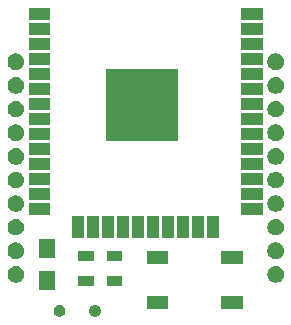
<source format=gts>
%TF.GenerationSoftware,KiCad,Pcbnew,(5.1.0-47-g0a9c99914)*%
%TF.CreationDate,2019-04-04T20:09:24+09:00*%
%TF.ProjectId,xbee,78626565-2e6b-4696-9361-645f70636258,rev?*%
%TF.SameCoordinates,Original*%
%TF.FileFunction,Soldermask,Top*%
%TF.FilePolarity,Negative*%
%FSLAX46Y46*%
G04 Gerber Fmt 4.6, Leading zero omitted, Abs format (unit mm)*
G04 Created by KiCad (PCBNEW (5.1.0-47-g0a9c99914)) date 2019-04-04 20:09:24*
%MOMM*%
%LPD*%
G04 APERTURE LIST*
%ADD10C,0.100000*%
G04 APERTURE END LIST*
D10*
G36*
X144397740Y-120088627D02*
G01*
X144446136Y-120098253D01*
X144483902Y-120113896D01*
X144537311Y-120136019D01*
X144537312Y-120136020D01*
X144619369Y-120190848D01*
X144689152Y-120260631D01*
X144689153Y-120260633D01*
X144743981Y-120342689D01*
X144766104Y-120396098D01*
X144781747Y-120433864D01*
X144791373Y-120482260D01*
X144801000Y-120530655D01*
X144801000Y-120629345D01*
X144781747Y-120726135D01*
X144743981Y-120817311D01*
X144743980Y-120817312D01*
X144689152Y-120899369D01*
X144619369Y-120969152D01*
X144578062Y-120996752D01*
X144537311Y-121023981D01*
X144483902Y-121046104D01*
X144446136Y-121061747D01*
X144397740Y-121071374D01*
X144349345Y-121081000D01*
X144250655Y-121081000D01*
X144202260Y-121071374D01*
X144153864Y-121061747D01*
X144116098Y-121046104D01*
X144062689Y-121023981D01*
X144021938Y-120996752D01*
X143980631Y-120969152D01*
X143910848Y-120899369D01*
X143856020Y-120817312D01*
X143856019Y-120817311D01*
X143818253Y-120726135D01*
X143799000Y-120629345D01*
X143799000Y-120530655D01*
X143808627Y-120482260D01*
X143818253Y-120433864D01*
X143833896Y-120396098D01*
X143856019Y-120342689D01*
X143910847Y-120260633D01*
X143910848Y-120260631D01*
X143980631Y-120190848D01*
X144062688Y-120136020D01*
X144062689Y-120136019D01*
X144116098Y-120113896D01*
X144153864Y-120098253D01*
X144202260Y-120088627D01*
X144250655Y-120079000D01*
X144349345Y-120079000D01*
X144397740Y-120088627D01*
X144397740Y-120088627D01*
G37*
G36*
X141397740Y-120088627D02*
G01*
X141446136Y-120098253D01*
X141483902Y-120113896D01*
X141537311Y-120136019D01*
X141537312Y-120136020D01*
X141619369Y-120190848D01*
X141689152Y-120260631D01*
X141689153Y-120260633D01*
X141743981Y-120342689D01*
X141766104Y-120396098D01*
X141781747Y-120433864D01*
X141791373Y-120482260D01*
X141801000Y-120530655D01*
X141801000Y-120629345D01*
X141781747Y-120726135D01*
X141743981Y-120817311D01*
X141743980Y-120817312D01*
X141689152Y-120899369D01*
X141619369Y-120969152D01*
X141578062Y-120996752D01*
X141537311Y-121023981D01*
X141483902Y-121046104D01*
X141446136Y-121061747D01*
X141397740Y-121071374D01*
X141349345Y-121081000D01*
X141250655Y-121081000D01*
X141202260Y-121071374D01*
X141153864Y-121061747D01*
X141116098Y-121046104D01*
X141062689Y-121023981D01*
X141021938Y-120996752D01*
X140980631Y-120969152D01*
X140910848Y-120899369D01*
X140856020Y-120817312D01*
X140856019Y-120817311D01*
X140818253Y-120726135D01*
X140799000Y-120629345D01*
X140799000Y-120530655D01*
X140808627Y-120482260D01*
X140818253Y-120433864D01*
X140833896Y-120396098D01*
X140856019Y-120342689D01*
X140910847Y-120260633D01*
X140910848Y-120260631D01*
X140980631Y-120190848D01*
X141062688Y-120136020D01*
X141062689Y-120136019D01*
X141116098Y-120113896D01*
X141153864Y-120098253D01*
X141202260Y-120088627D01*
X141250655Y-120079000D01*
X141349345Y-120079000D01*
X141397740Y-120088627D01*
X141397740Y-120088627D01*
G37*
G36*
X156801000Y-120451000D02*
G01*
X154999000Y-120451000D01*
X154999000Y-119349000D01*
X156801000Y-119349000D01*
X156801000Y-120451000D01*
X156801000Y-120451000D01*
G37*
G36*
X150501000Y-120451000D02*
G01*
X148699000Y-120451000D01*
X148699000Y-119349000D01*
X150501000Y-119349000D01*
X150501000Y-120451000D01*
X150501000Y-120451000D01*
G37*
G36*
X140951000Y-118801000D02*
G01*
X139549000Y-118801000D01*
X139549000Y-117199000D01*
X140951000Y-117199000D01*
X140951000Y-118801000D01*
X140951000Y-118801000D01*
G37*
G36*
X146601000Y-118451000D02*
G01*
X145299000Y-118451000D01*
X145299000Y-117649000D01*
X146601000Y-117649000D01*
X146601000Y-118451000D01*
X146601000Y-118451000D01*
G37*
G36*
X144201000Y-118451000D02*
G01*
X142899000Y-118451000D01*
X142899000Y-117649000D01*
X144201000Y-117649000D01*
X144201000Y-118451000D01*
X144201000Y-118451000D01*
G37*
G36*
X159804473Y-116825938D02*
G01*
X159932049Y-116878782D01*
X160046859Y-116955495D01*
X160144505Y-117053141D01*
X160221218Y-117167951D01*
X160274062Y-117295527D01*
X160301000Y-117430956D01*
X160301000Y-117569044D01*
X160274062Y-117704473D01*
X160221218Y-117832049D01*
X160144505Y-117946859D01*
X160046859Y-118044505D01*
X159932049Y-118121218D01*
X159804473Y-118174062D01*
X159669044Y-118201000D01*
X159530956Y-118201000D01*
X159395527Y-118174062D01*
X159267951Y-118121218D01*
X159153141Y-118044505D01*
X159055495Y-117946859D01*
X158978782Y-117832049D01*
X158925938Y-117704473D01*
X158899000Y-117569044D01*
X158899000Y-117430956D01*
X158925938Y-117295527D01*
X158978782Y-117167951D01*
X159055495Y-117053141D01*
X159153141Y-116955495D01*
X159267951Y-116878782D01*
X159395527Y-116825938D01*
X159530956Y-116799000D01*
X159669044Y-116799000D01*
X159804473Y-116825938D01*
X159804473Y-116825938D01*
G37*
G36*
X137804473Y-116825938D02*
G01*
X137932049Y-116878782D01*
X138046859Y-116955495D01*
X138144505Y-117053141D01*
X138221218Y-117167951D01*
X138274062Y-117295527D01*
X138301000Y-117430956D01*
X138301000Y-117569044D01*
X138274062Y-117704473D01*
X138221218Y-117832049D01*
X138144505Y-117946859D01*
X138046859Y-118044505D01*
X137932049Y-118121218D01*
X137804473Y-118174062D01*
X137669044Y-118201000D01*
X137530956Y-118201000D01*
X137395527Y-118174062D01*
X137267951Y-118121218D01*
X137153141Y-118044505D01*
X137055495Y-117946859D01*
X136978782Y-117832049D01*
X136925938Y-117704473D01*
X136899000Y-117569044D01*
X136899000Y-117430956D01*
X136925938Y-117295527D01*
X136978782Y-117167951D01*
X137055495Y-117053141D01*
X137153141Y-116955495D01*
X137267951Y-116878782D01*
X137395527Y-116825938D01*
X137530956Y-116799000D01*
X137669044Y-116799000D01*
X137804473Y-116825938D01*
X137804473Y-116825938D01*
G37*
G36*
X156801000Y-116651000D02*
G01*
X154999000Y-116651000D01*
X154999000Y-115549000D01*
X156801000Y-115549000D01*
X156801000Y-116651000D01*
X156801000Y-116651000D01*
G37*
G36*
X150501000Y-116651000D02*
G01*
X148699000Y-116651000D01*
X148699000Y-115549000D01*
X150501000Y-115549000D01*
X150501000Y-116651000D01*
X150501000Y-116651000D01*
G37*
G36*
X146601000Y-116351000D02*
G01*
X145299000Y-116351000D01*
X145299000Y-115549000D01*
X146601000Y-115549000D01*
X146601000Y-116351000D01*
X146601000Y-116351000D01*
G37*
G36*
X144201000Y-116351000D02*
G01*
X142899000Y-116351000D01*
X142899000Y-115549000D01*
X144201000Y-115549000D01*
X144201000Y-116351000D01*
X144201000Y-116351000D01*
G37*
G36*
X159804473Y-114825938D02*
G01*
X159932049Y-114878782D01*
X160046859Y-114955495D01*
X160144505Y-115053141D01*
X160221218Y-115167951D01*
X160274062Y-115295527D01*
X160301000Y-115430956D01*
X160301000Y-115569044D01*
X160274062Y-115704473D01*
X160221218Y-115832049D01*
X160144505Y-115946859D01*
X160046859Y-116044505D01*
X159932049Y-116121218D01*
X159804473Y-116174062D01*
X159669044Y-116201000D01*
X159530956Y-116201000D01*
X159395527Y-116174062D01*
X159267951Y-116121218D01*
X159153141Y-116044505D01*
X159055495Y-115946859D01*
X158978782Y-115832049D01*
X158925938Y-115704473D01*
X158899000Y-115569044D01*
X158899000Y-115430956D01*
X158925938Y-115295527D01*
X158978782Y-115167951D01*
X159055495Y-115053141D01*
X159153141Y-114955495D01*
X159267951Y-114878782D01*
X159395527Y-114825938D01*
X159530956Y-114799000D01*
X159669044Y-114799000D01*
X159804473Y-114825938D01*
X159804473Y-114825938D01*
G37*
G36*
X137804473Y-114825938D02*
G01*
X137932049Y-114878782D01*
X138046859Y-114955495D01*
X138144505Y-115053141D01*
X138221218Y-115167951D01*
X138274062Y-115295527D01*
X138301000Y-115430956D01*
X138301000Y-115569044D01*
X138274062Y-115704473D01*
X138221218Y-115832049D01*
X138144505Y-115946859D01*
X138046859Y-116044505D01*
X137932049Y-116121218D01*
X137804473Y-116174062D01*
X137669044Y-116201000D01*
X137530956Y-116201000D01*
X137395527Y-116174062D01*
X137267951Y-116121218D01*
X137153141Y-116044505D01*
X137055495Y-115946859D01*
X136978782Y-115832049D01*
X136925938Y-115704473D01*
X136899000Y-115569044D01*
X136899000Y-115430956D01*
X136925938Y-115295527D01*
X136978782Y-115167951D01*
X137055495Y-115053141D01*
X137153141Y-114955495D01*
X137267951Y-114878782D01*
X137395527Y-114825938D01*
X137530956Y-114799000D01*
X137669044Y-114799000D01*
X137804473Y-114825938D01*
X137804473Y-114825938D01*
G37*
G36*
X140951000Y-116101000D02*
G01*
X139549000Y-116101000D01*
X139549000Y-114499000D01*
X140951000Y-114499000D01*
X140951000Y-116101000D01*
X140951000Y-116101000D01*
G37*
G36*
X151006434Y-114408662D02*
G01*
X150004434Y-114408662D01*
X150004434Y-112556662D01*
X151006434Y-112556662D01*
X151006434Y-114408662D01*
X151006434Y-114408662D01*
G37*
G36*
X153546434Y-114408662D02*
G01*
X152544434Y-114408662D01*
X152544434Y-112556662D01*
X153546434Y-112556662D01*
X153546434Y-114408662D01*
X153546434Y-114408662D01*
G37*
G36*
X149736434Y-114408662D02*
G01*
X148734434Y-114408662D01*
X148734434Y-112556662D01*
X149736434Y-112556662D01*
X149736434Y-114408662D01*
X149736434Y-114408662D01*
G37*
G36*
X148466434Y-114408662D02*
G01*
X147464434Y-114408662D01*
X147464434Y-112556662D01*
X148466434Y-112556662D01*
X148466434Y-114408662D01*
X148466434Y-114408662D01*
G37*
G36*
X147196434Y-114408662D02*
G01*
X146194434Y-114408662D01*
X146194434Y-112556662D01*
X147196434Y-112556662D01*
X147196434Y-114408662D01*
X147196434Y-114408662D01*
G37*
G36*
X145926434Y-114408662D02*
G01*
X144924434Y-114408662D01*
X144924434Y-112556662D01*
X145926434Y-112556662D01*
X145926434Y-114408662D01*
X145926434Y-114408662D01*
G37*
G36*
X144656434Y-114408662D02*
G01*
X143654434Y-114408662D01*
X143654434Y-112556662D01*
X144656434Y-112556662D01*
X144656434Y-114408662D01*
X144656434Y-114408662D01*
G37*
G36*
X152276434Y-114408662D02*
G01*
X151274434Y-114408662D01*
X151274434Y-112556662D01*
X152276434Y-112556662D01*
X152276434Y-114408662D01*
X152276434Y-114408662D01*
G37*
G36*
X143386434Y-114408662D02*
G01*
X142384434Y-114408662D01*
X142384434Y-112556662D01*
X143386434Y-112556662D01*
X143386434Y-114408662D01*
X143386434Y-114408662D01*
G37*
G36*
X154816434Y-114408662D02*
G01*
X153814434Y-114408662D01*
X153814434Y-112556662D01*
X154816434Y-112556662D01*
X154816434Y-114408662D01*
X154816434Y-114408662D01*
G37*
G36*
X137804473Y-112825938D02*
G01*
X137932049Y-112878782D01*
X138046859Y-112955495D01*
X138144505Y-113053141D01*
X138221218Y-113167951D01*
X138274062Y-113295527D01*
X138301000Y-113430956D01*
X138301000Y-113569044D01*
X138274062Y-113704473D01*
X138221218Y-113832049D01*
X138144505Y-113946859D01*
X138046859Y-114044505D01*
X137932049Y-114121218D01*
X137804473Y-114174062D01*
X137669044Y-114201000D01*
X137530956Y-114201000D01*
X137395527Y-114174062D01*
X137267951Y-114121218D01*
X137153141Y-114044505D01*
X137055495Y-113946859D01*
X136978782Y-113832049D01*
X136925938Y-113704473D01*
X136899000Y-113569044D01*
X136899000Y-113430956D01*
X136925938Y-113295527D01*
X136978782Y-113167951D01*
X137055495Y-113053141D01*
X137153141Y-112955495D01*
X137267951Y-112878782D01*
X137395527Y-112825938D01*
X137530956Y-112799000D01*
X137669044Y-112799000D01*
X137804473Y-112825938D01*
X137804473Y-112825938D01*
G37*
G36*
X159804473Y-112825938D02*
G01*
X159932049Y-112878782D01*
X160046859Y-112955495D01*
X160144505Y-113053141D01*
X160221218Y-113167951D01*
X160274062Y-113295527D01*
X160301000Y-113430956D01*
X160301000Y-113569044D01*
X160274062Y-113704473D01*
X160221218Y-113832049D01*
X160144505Y-113946859D01*
X160046859Y-114044505D01*
X159932049Y-114121218D01*
X159804473Y-114174062D01*
X159669044Y-114201000D01*
X159530956Y-114201000D01*
X159395527Y-114174062D01*
X159267951Y-114121218D01*
X159153141Y-114044505D01*
X159055495Y-113946859D01*
X158978782Y-113832049D01*
X158925938Y-113704473D01*
X158899000Y-113569044D01*
X158899000Y-113430956D01*
X158925938Y-113295527D01*
X158978782Y-113167951D01*
X159055495Y-113053141D01*
X159153141Y-112955495D01*
X159267951Y-112878782D01*
X159395527Y-112825938D01*
X159530956Y-112799000D01*
X159669044Y-112799000D01*
X159804473Y-112825938D01*
X159804473Y-112825938D01*
G37*
G36*
X158526434Y-112493662D02*
G01*
X156674434Y-112493662D01*
X156674434Y-111491662D01*
X158526434Y-111491662D01*
X158526434Y-112493662D01*
X158526434Y-112493662D01*
G37*
G36*
X140526434Y-112493662D02*
G01*
X138674434Y-112493662D01*
X138674434Y-111491662D01*
X140526434Y-111491662D01*
X140526434Y-112493662D01*
X140526434Y-112493662D01*
G37*
G36*
X137804473Y-110825938D02*
G01*
X137932049Y-110878782D01*
X138046859Y-110955495D01*
X138144505Y-111053141D01*
X138221218Y-111167951D01*
X138274062Y-111295527D01*
X138301000Y-111430956D01*
X138301000Y-111569044D01*
X138274062Y-111704473D01*
X138221218Y-111832049D01*
X138144505Y-111946859D01*
X138046859Y-112044505D01*
X137932049Y-112121218D01*
X137804473Y-112174062D01*
X137669044Y-112201000D01*
X137530956Y-112201000D01*
X137395527Y-112174062D01*
X137267951Y-112121218D01*
X137153141Y-112044505D01*
X137055495Y-111946859D01*
X136978782Y-111832049D01*
X136925938Y-111704473D01*
X136899000Y-111569044D01*
X136899000Y-111430956D01*
X136925938Y-111295527D01*
X136978782Y-111167951D01*
X137055495Y-111053141D01*
X137153141Y-110955495D01*
X137267951Y-110878782D01*
X137395527Y-110825938D01*
X137530956Y-110799000D01*
X137669044Y-110799000D01*
X137804473Y-110825938D01*
X137804473Y-110825938D01*
G37*
G36*
X159804473Y-110825938D02*
G01*
X159932049Y-110878782D01*
X160046859Y-110955495D01*
X160144505Y-111053141D01*
X160221218Y-111167951D01*
X160274062Y-111295527D01*
X160301000Y-111430956D01*
X160301000Y-111569044D01*
X160274062Y-111704473D01*
X160221218Y-111832049D01*
X160144505Y-111946859D01*
X160046859Y-112044505D01*
X159932049Y-112121218D01*
X159804473Y-112174062D01*
X159669044Y-112201000D01*
X159530956Y-112201000D01*
X159395527Y-112174062D01*
X159267951Y-112121218D01*
X159153141Y-112044505D01*
X159055495Y-111946859D01*
X158978782Y-111832049D01*
X158925938Y-111704473D01*
X158899000Y-111569044D01*
X158899000Y-111430956D01*
X158925938Y-111295527D01*
X158978782Y-111167951D01*
X159055495Y-111053141D01*
X159153141Y-110955495D01*
X159267951Y-110878782D01*
X159395527Y-110825938D01*
X159530956Y-110799000D01*
X159669044Y-110799000D01*
X159804473Y-110825938D01*
X159804473Y-110825938D01*
G37*
G36*
X140526434Y-111223662D02*
G01*
X138674434Y-111223662D01*
X138674434Y-110221662D01*
X140526434Y-110221662D01*
X140526434Y-111223662D01*
X140526434Y-111223662D01*
G37*
G36*
X158526434Y-111223662D02*
G01*
X156674434Y-111223662D01*
X156674434Y-110221662D01*
X158526434Y-110221662D01*
X158526434Y-111223662D01*
X158526434Y-111223662D01*
G37*
G36*
X159804473Y-108825938D02*
G01*
X159932049Y-108878782D01*
X160046859Y-108955495D01*
X160144505Y-109053141D01*
X160221218Y-109167951D01*
X160274062Y-109295527D01*
X160301000Y-109430956D01*
X160301000Y-109569044D01*
X160274062Y-109704473D01*
X160221218Y-109832049D01*
X160144505Y-109946859D01*
X160046859Y-110044505D01*
X159932049Y-110121218D01*
X159804473Y-110174062D01*
X159669044Y-110201000D01*
X159530956Y-110201000D01*
X159395527Y-110174062D01*
X159267951Y-110121218D01*
X159153141Y-110044505D01*
X159055495Y-109946859D01*
X158978782Y-109832049D01*
X158925938Y-109704473D01*
X158899000Y-109569044D01*
X158899000Y-109430956D01*
X158925938Y-109295527D01*
X158978782Y-109167951D01*
X159055495Y-109053141D01*
X159153141Y-108955495D01*
X159267951Y-108878782D01*
X159395527Y-108825938D01*
X159530956Y-108799000D01*
X159669044Y-108799000D01*
X159804473Y-108825938D01*
X159804473Y-108825938D01*
G37*
G36*
X137804473Y-108825938D02*
G01*
X137932049Y-108878782D01*
X138046859Y-108955495D01*
X138144505Y-109053141D01*
X138221218Y-109167951D01*
X138274062Y-109295527D01*
X138301000Y-109430956D01*
X138301000Y-109569044D01*
X138274062Y-109704473D01*
X138221218Y-109832049D01*
X138144505Y-109946859D01*
X138046859Y-110044505D01*
X137932049Y-110121218D01*
X137804473Y-110174062D01*
X137669044Y-110201000D01*
X137530956Y-110201000D01*
X137395527Y-110174062D01*
X137267951Y-110121218D01*
X137153141Y-110044505D01*
X137055495Y-109946859D01*
X136978782Y-109832049D01*
X136925938Y-109704473D01*
X136899000Y-109569044D01*
X136899000Y-109430956D01*
X136925938Y-109295527D01*
X136978782Y-109167951D01*
X137055495Y-109053141D01*
X137153141Y-108955495D01*
X137267951Y-108878782D01*
X137395527Y-108825938D01*
X137530956Y-108799000D01*
X137669044Y-108799000D01*
X137804473Y-108825938D01*
X137804473Y-108825938D01*
G37*
G36*
X158526434Y-109953662D02*
G01*
X156674434Y-109953662D01*
X156674434Y-108951662D01*
X158526434Y-108951662D01*
X158526434Y-109953662D01*
X158526434Y-109953662D01*
G37*
G36*
X140526434Y-109953662D02*
G01*
X138674434Y-109953662D01*
X138674434Y-108951662D01*
X140526434Y-108951662D01*
X140526434Y-109953662D01*
X140526434Y-109953662D01*
G37*
G36*
X158526434Y-108683662D02*
G01*
X156674434Y-108683662D01*
X156674434Y-107681662D01*
X158526434Y-107681662D01*
X158526434Y-108683662D01*
X158526434Y-108683662D01*
G37*
G36*
X140526434Y-108683662D02*
G01*
X138674434Y-108683662D01*
X138674434Y-107681662D01*
X140526434Y-107681662D01*
X140526434Y-108683662D01*
X140526434Y-108683662D01*
G37*
G36*
X159804473Y-106825938D02*
G01*
X159932049Y-106878782D01*
X160046859Y-106955495D01*
X160144505Y-107053141D01*
X160221218Y-107167951D01*
X160274062Y-107295527D01*
X160301000Y-107430956D01*
X160301000Y-107569044D01*
X160274062Y-107704473D01*
X160221218Y-107832049D01*
X160144505Y-107946859D01*
X160046859Y-108044505D01*
X159932049Y-108121218D01*
X159804473Y-108174062D01*
X159669044Y-108201000D01*
X159530956Y-108201000D01*
X159395527Y-108174062D01*
X159267951Y-108121218D01*
X159153141Y-108044505D01*
X159055495Y-107946859D01*
X158978782Y-107832049D01*
X158925938Y-107704473D01*
X158899000Y-107569044D01*
X158899000Y-107430956D01*
X158925938Y-107295527D01*
X158978782Y-107167951D01*
X159055495Y-107053141D01*
X159153141Y-106955495D01*
X159267951Y-106878782D01*
X159395527Y-106825938D01*
X159530956Y-106799000D01*
X159669044Y-106799000D01*
X159804473Y-106825938D01*
X159804473Y-106825938D01*
G37*
G36*
X137804473Y-106825938D02*
G01*
X137932049Y-106878782D01*
X138046859Y-106955495D01*
X138144505Y-107053141D01*
X138221218Y-107167951D01*
X138274062Y-107295527D01*
X138301000Y-107430956D01*
X138301000Y-107569044D01*
X138274062Y-107704473D01*
X138221218Y-107832049D01*
X138144505Y-107946859D01*
X138046859Y-108044505D01*
X137932049Y-108121218D01*
X137804473Y-108174062D01*
X137669044Y-108201000D01*
X137530956Y-108201000D01*
X137395527Y-108174062D01*
X137267951Y-108121218D01*
X137153141Y-108044505D01*
X137055495Y-107946859D01*
X136978782Y-107832049D01*
X136925938Y-107704473D01*
X136899000Y-107569044D01*
X136899000Y-107430956D01*
X136925938Y-107295527D01*
X136978782Y-107167951D01*
X137055495Y-107053141D01*
X137153141Y-106955495D01*
X137267951Y-106878782D01*
X137395527Y-106825938D01*
X137530956Y-106799000D01*
X137669044Y-106799000D01*
X137804473Y-106825938D01*
X137804473Y-106825938D01*
G37*
G36*
X158526434Y-107413662D02*
G01*
X156674434Y-107413662D01*
X156674434Y-106411662D01*
X158526434Y-106411662D01*
X158526434Y-107413662D01*
X158526434Y-107413662D01*
G37*
G36*
X140526434Y-107413662D02*
G01*
X138674434Y-107413662D01*
X138674434Y-106411662D01*
X140526434Y-106411662D01*
X140526434Y-107413662D01*
X140526434Y-107413662D01*
G37*
G36*
X151351434Y-106233662D02*
G01*
X145249434Y-106233662D01*
X145249434Y-100131662D01*
X151351434Y-100131662D01*
X151351434Y-106233662D01*
X151351434Y-106233662D01*
G37*
G36*
X159804473Y-104825938D02*
G01*
X159932049Y-104878782D01*
X160046859Y-104955495D01*
X160144505Y-105053141D01*
X160221218Y-105167951D01*
X160274062Y-105295527D01*
X160301000Y-105430956D01*
X160301000Y-105569044D01*
X160274062Y-105704473D01*
X160221218Y-105832049D01*
X160144505Y-105946859D01*
X160046859Y-106044505D01*
X159932049Y-106121218D01*
X159804473Y-106174062D01*
X159669044Y-106201000D01*
X159530956Y-106201000D01*
X159395527Y-106174062D01*
X159267951Y-106121218D01*
X159153141Y-106044505D01*
X159055495Y-105946859D01*
X158978782Y-105832049D01*
X158925938Y-105704473D01*
X158899000Y-105569044D01*
X158899000Y-105430956D01*
X158925938Y-105295527D01*
X158978782Y-105167951D01*
X159055495Y-105053141D01*
X159153141Y-104955495D01*
X159267951Y-104878782D01*
X159395527Y-104825938D01*
X159530956Y-104799000D01*
X159669044Y-104799000D01*
X159804473Y-104825938D01*
X159804473Y-104825938D01*
G37*
G36*
X137804473Y-104825938D02*
G01*
X137932049Y-104878782D01*
X138046859Y-104955495D01*
X138144505Y-105053141D01*
X138221218Y-105167951D01*
X138274062Y-105295527D01*
X138301000Y-105430956D01*
X138301000Y-105569044D01*
X138274062Y-105704473D01*
X138221218Y-105832049D01*
X138144505Y-105946859D01*
X138046859Y-106044505D01*
X137932049Y-106121218D01*
X137804473Y-106174062D01*
X137669044Y-106201000D01*
X137530956Y-106201000D01*
X137395527Y-106174062D01*
X137267951Y-106121218D01*
X137153141Y-106044505D01*
X137055495Y-105946859D01*
X136978782Y-105832049D01*
X136925938Y-105704473D01*
X136899000Y-105569044D01*
X136899000Y-105430956D01*
X136925938Y-105295527D01*
X136978782Y-105167951D01*
X137055495Y-105053141D01*
X137153141Y-104955495D01*
X137267951Y-104878782D01*
X137395527Y-104825938D01*
X137530956Y-104799000D01*
X137669044Y-104799000D01*
X137804473Y-104825938D01*
X137804473Y-104825938D01*
G37*
G36*
X158526434Y-106143662D02*
G01*
X156674434Y-106143662D01*
X156674434Y-105141662D01*
X158526434Y-105141662D01*
X158526434Y-106143662D01*
X158526434Y-106143662D01*
G37*
G36*
X140526434Y-106143662D02*
G01*
X138674434Y-106143662D01*
X138674434Y-105141662D01*
X140526434Y-105141662D01*
X140526434Y-106143662D01*
X140526434Y-106143662D01*
G37*
G36*
X158526434Y-104873662D02*
G01*
X156674434Y-104873662D01*
X156674434Y-103871662D01*
X158526434Y-103871662D01*
X158526434Y-104873662D01*
X158526434Y-104873662D01*
G37*
G36*
X140526434Y-104873662D02*
G01*
X138674434Y-104873662D01*
X138674434Y-103871662D01*
X140526434Y-103871662D01*
X140526434Y-104873662D01*
X140526434Y-104873662D01*
G37*
G36*
X137804473Y-102825938D02*
G01*
X137932049Y-102878782D01*
X138046859Y-102955495D01*
X138144505Y-103053141D01*
X138221218Y-103167951D01*
X138274062Y-103295527D01*
X138301000Y-103430956D01*
X138301000Y-103569044D01*
X138274062Y-103704473D01*
X138221218Y-103832049D01*
X138144505Y-103946859D01*
X138046859Y-104044505D01*
X137932049Y-104121218D01*
X137804473Y-104174062D01*
X137669044Y-104201000D01*
X137530956Y-104201000D01*
X137395527Y-104174062D01*
X137267951Y-104121218D01*
X137153141Y-104044505D01*
X137055495Y-103946859D01*
X136978782Y-103832049D01*
X136925938Y-103704473D01*
X136899000Y-103569044D01*
X136899000Y-103430956D01*
X136925938Y-103295527D01*
X136978782Y-103167951D01*
X137055495Y-103053141D01*
X137153141Y-102955495D01*
X137267951Y-102878782D01*
X137395527Y-102825938D01*
X137530956Y-102799000D01*
X137669044Y-102799000D01*
X137804473Y-102825938D01*
X137804473Y-102825938D01*
G37*
G36*
X159804473Y-102825938D02*
G01*
X159932049Y-102878782D01*
X160046859Y-102955495D01*
X160144505Y-103053141D01*
X160221218Y-103167951D01*
X160274062Y-103295527D01*
X160301000Y-103430956D01*
X160301000Y-103569044D01*
X160274062Y-103704473D01*
X160221218Y-103832049D01*
X160144505Y-103946859D01*
X160046859Y-104044505D01*
X159932049Y-104121218D01*
X159804473Y-104174062D01*
X159669044Y-104201000D01*
X159530956Y-104201000D01*
X159395527Y-104174062D01*
X159267951Y-104121218D01*
X159153141Y-104044505D01*
X159055495Y-103946859D01*
X158978782Y-103832049D01*
X158925938Y-103704473D01*
X158899000Y-103569044D01*
X158899000Y-103430956D01*
X158925938Y-103295527D01*
X158978782Y-103167951D01*
X159055495Y-103053141D01*
X159153141Y-102955495D01*
X159267951Y-102878782D01*
X159395527Y-102825938D01*
X159530956Y-102799000D01*
X159669044Y-102799000D01*
X159804473Y-102825938D01*
X159804473Y-102825938D01*
G37*
G36*
X158526434Y-103603662D02*
G01*
X156674434Y-103603662D01*
X156674434Y-102601662D01*
X158526434Y-102601662D01*
X158526434Y-103603662D01*
X158526434Y-103603662D01*
G37*
G36*
X140526434Y-103603662D02*
G01*
X138674434Y-103603662D01*
X138674434Y-102601662D01*
X140526434Y-102601662D01*
X140526434Y-103603662D01*
X140526434Y-103603662D01*
G37*
G36*
X158526434Y-102333662D02*
G01*
X156674434Y-102333662D01*
X156674434Y-101331662D01*
X158526434Y-101331662D01*
X158526434Y-102333662D01*
X158526434Y-102333662D01*
G37*
G36*
X140526434Y-102333662D02*
G01*
X138674434Y-102333662D01*
X138674434Y-101331662D01*
X140526434Y-101331662D01*
X140526434Y-102333662D01*
X140526434Y-102333662D01*
G37*
G36*
X137804473Y-100825938D02*
G01*
X137932049Y-100878782D01*
X138046859Y-100955495D01*
X138144505Y-101053141D01*
X138221218Y-101167951D01*
X138274062Y-101295527D01*
X138301000Y-101430956D01*
X138301000Y-101569044D01*
X138274062Y-101704473D01*
X138221218Y-101832049D01*
X138144505Y-101946859D01*
X138046859Y-102044505D01*
X137932049Y-102121218D01*
X137804473Y-102174062D01*
X137669044Y-102201000D01*
X137530956Y-102201000D01*
X137395527Y-102174062D01*
X137267951Y-102121218D01*
X137153141Y-102044505D01*
X137055495Y-101946859D01*
X136978782Y-101832049D01*
X136925938Y-101704473D01*
X136899000Y-101569044D01*
X136899000Y-101430956D01*
X136925938Y-101295527D01*
X136978782Y-101167951D01*
X137055495Y-101053141D01*
X137153141Y-100955495D01*
X137267951Y-100878782D01*
X137395527Y-100825938D01*
X137530956Y-100799000D01*
X137669044Y-100799000D01*
X137804473Y-100825938D01*
X137804473Y-100825938D01*
G37*
G36*
X159804473Y-100825938D02*
G01*
X159932049Y-100878782D01*
X160046859Y-100955495D01*
X160144505Y-101053141D01*
X160221218Y-101167951D01*
X160274062Y-101295527D01*
X160301000Y-101430956D01*
X160301000Y-101569044D01*
X160274062Y-101704473D01*
X160221218Y-101832049D01*
X160144505Y-101946859D01*
X160046859Y-102044505D01*
X159932049Y-102121218D01*
X159804473Y-102174062D01*
X159669044Y-102201000D01*
X159530956Y-102201000D01*
X159395527Y-102174062D01*
X159267951Y-102121218D01*
X159153141Y-102044505D01*
X159055495Y-101946859D01*
X158978782Y-101832049D01*
X158925938Y-101704473D01*
X158899000Y-101569044D01*
X158899000Y-101430956D01*
X158925938Y-101295527D01*
X158978782Y-101167951D01*
X159055495Y-101053141D01*
X159153141Y-100955495D01*
X159267951Y-100878782D01*
X159395527Y-100825938D01*
X159530956Y-100799000D01*
X159669044Y-100799000D01*
X159804473Y-100825938D01*
X159804473Y-100825938D01*
G37*
G36*
X158526434Y-101063662D02*
G01*
X156674434Y-101063662D01*
X156674434Y-100061662D01*
X158526434Y-100061662D01*
X158526434Y-101063662D01*
X158526434Y-101063662D01*
G37*
G36*
X140526434Y-101063662D02*
G01*
X138674434Y-101063662D01*
X138674434Y-100061662D01*
X140526434Y-100061662D01*
X140526434Y-101063662D01*
X140526434Y-101063662D01*
G37*
G36*
X137804473Y-98825938D02*
G01*
X137932049Y-98878782D01*
X138046859Y-98955495D01*
X138144505Y-99053141D01*
X138221218Y-99167951D01*
X138274062Y-99295527D01*
X138301000Y-99430956D01*
X138301000Y-99569044D01*
X138274062Y-99704473D01*
X138221218Y-99832049D01*
X138144505Y-99946859D01*
X138046859Y-100044505D01*
X137932049Y-100121218D01*
X137804473Y-100174062D01*
X137669044Y-100201000D01*
X137530956Y-100201000D01*
X137395527Y-100174062D01*
X137267951Y-100121218D01*
X137153141Y-100044505D01*
X137055495Y-99946859D01*
X136978782Y-99832049D01*
X136925938Y-99704473D01*
X136899000Y-99569044D01*
X136899000Y-99430956D01*
X136925938Y-99295527D01*
X136978782Y-99167951D01*
X137055495Y-99053141D01*
X137153141Y-98955495D01*
X137267951Y-98878782D01*
X137395527Y-98825938D01*
X137530956Y-98799000D01*
X137669044Y-98799000D01*
X137804473Y-98825938D01*
X137804473Y-98825938D01*
G37*
G36*
X159804473Y-98825938D02*
G01*
X159932049Y-98878782D01*
X160046859Y-98955495D01*
X160144505Y-99053141D01*
X160221218Y-99167951D01*
X160274062Y-99295527D01*
X160301000Y-99430956D01*
X160301000Y-99569044D01*
X160274062Y-99704473D01*
X160221218Y-99832049D01*
X160144505Y-99946859D01*
X160046859Y-100044505D01*
X159932049Y-100121218D01*
X159804473Y-100174062D01*
X159669044Y-100201000D01*
X159530956Y-100201000D01*
X159395527Y-100174062D01*
X159267951Y-100121218D01*
X159153141Y-100044505D01*
X159055495Y-99946859D01*
X158978782Y-99832049D01*
X158925938Y-99704473D01*
X158899000Y-99569044D01*
X158899000Y-99430956D01*
X158925938Y-99295527D01*
X158978782Y-99167951D01*
X159055495Y-99053141D01*
X159153141Y-98955495D01*
X159267951Y-98878782D01*
X159395527Y-98825938D01*
X159530956Y-98799000D01*
X159669044Y-98799000D01*
X159804473Y-98825938D01*
X159804473Y-98825938D01*
G37*
G36*
X140526434Y-99793662D02*
G01*
X138674434Y-99793662D01*
X138674434Y-98791662D01*
X140526434Y-98791662D01*
X140526434Y-99793662D01*
X140526434Y-99793662D01*
G37*
G36*
X158526434Y-99793662D02*
G01*
X156674434Y-99793662D01*
X156674434Y-98791662D01*
X158526434Y-98791662D01*
X158526434Y-99793662D01*
X158526434Y-99793662D01*
G37*
G36*
X158526434Y-98523662D02*
G01*
X156674434Y-98523662D01*
X156674434Y-97521662D01*
X158526434Y-97521662D01*
X158526434Y-98523662D01*
X158526434Y-98523662D01*
G37*
G36*
X140526434Y-98523662D02*
G01*
X138674434Y-98523662D01*
X138674434Y-97521662D01*
X140526434Y-97521662D01*
X140526434Y-98523662D01*
X140526434Y-98523662D01*
G37*
G36*
X158526434Y-97253662D02*
G01*
X156674434Y-97253662D01*
X156674434Y-96251662D01*
X158526434Y-96251662D01*
X158526434Y-97253662D01*
X158526434Y-97253662D01*
G37*
G36*
X140526434Y-97253662D02*
G01*
X138674434Y-97253662D01*
X138674434Y-96251662D01*
X140526434Y-96251662D01*
X140526434Y-97253662D01*
X140526434Y-97253662D01*
G37*
G36*
X158526434Y-95983662D02*
G01*
X156674434Y-95983662D01*
X156674434Y-94981662D01*
X158526434Y-94981662D01*
X158526434Y-95983662D01*
X158526434Y-95983662D01*
G37*
G36*
X140526434Y-95983662D02*
G01*
X138674434Y-95983662D01*
X138674434Y-94981662D01*
X140526434Y-94981662D01*
X140526434Y-95983662D01*
X140526434Y-95983662D01*
G37*
M02*

</source>
